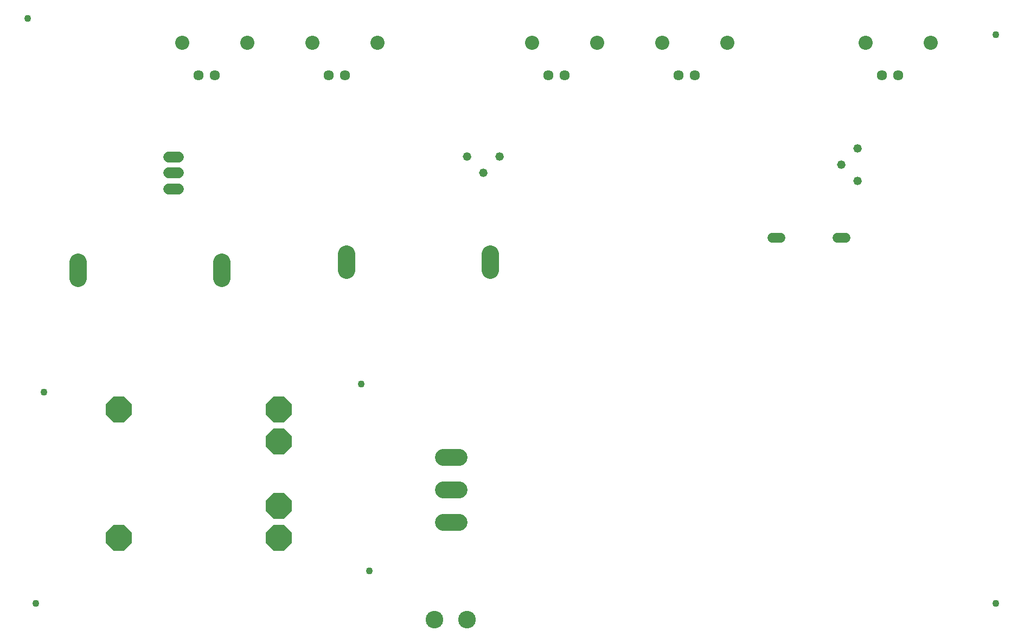
<source format=gbr>
G04 EAGLE Gerber RS-274X export*
G75*
%MOMM*%
%FSLAX34Y34*%
%LPD*%
%INSoldermask Bottom*%
%IPPOS*%
%AMOC8*
5,1,8,0,0,1.08239X$1,22.5*%
G01*
%ADD10C,1.103200*%
%ADD11C,1.524000*%
%ADD12C,2.743200*%
%ADD13C,1.320800*%
%ADD14C,2.603500*%
%ADD15C,2.743200*%
%ADD16C,1.727200*%
%ADD17P,4.343848X8X22.500000*%
%ADD18C,1.611200*%
%ADD19C,2.203200*%


D10*
X50800Y50800D03*
X38100Y965200D03*
X1549400Y50800D03*
X1549400Y939800D03*
X558800Y393700D03*
X571500Y101600D03*
X63500Y381000D03*
D11*
X1301496Y622300D02*
X1314704Y622300D01*
X1213104Y622300D02*
X1199896Y622300D01*
D12*
X535178Y596900D02*
X535178Y571500D01*
X760222Y571500D02*
X760222Y596900D01*
X116078Y584200D02*
X116078Y558800D01*
X341122Y558800D02*
X341122Y584200D01*
D13*
X723900Y749300D03*
X749300Y723900D03*
X774700Y749300D03*
X1333500Y762000D03*
X1308100Y736600D03*
X1333500Y711200D03*
D14*
X710502Y177800D02*
X686499Y177800D01*
X686499Y228600D02*
X710502Y228600D01*
X710502Y279400D02*
X686499Y279400D01*
D15*
X723900Y25400D03*
X673100Y25400D03*
D16*
X273320Y698900D02*
X258080Y698900D01*
X258080Y723900D02*
X273320Y723900D01*
X273320Y748900D02*
X258080Y748900D01*
D17*
X179832Y354076D03*
X179832Y153924D03*
X429768Y153924D03*
X429768Y203962D03*
X429768Y304038D03*
X429768Y354076D03*
D18*
X876300Y876300D03*
X850900Y876300D03*
D19*
X825500Y927100D03*
X927100Y927100D03*
D18*
X533400Y876300D03*
X508000Y876300D03*
D19*
X482600Y927100D03*
X584200Y927100D03*
D18*
X330200Y876300D03*
X304800Y876300D03*
D19*
X279400Y927100D03*
X381000Y927100D03*
D18*
X1397000Y876300D03*
X1371600Y876300D03*
D19*
X1346200Y927100D03*
X1447800Y927100D03*
D18*
X1079500Y876300D03*
X1054100Y876300D03*
D19*
X1028700Y927100D03*
X1130300Y927100D03*
M02*

</source>
